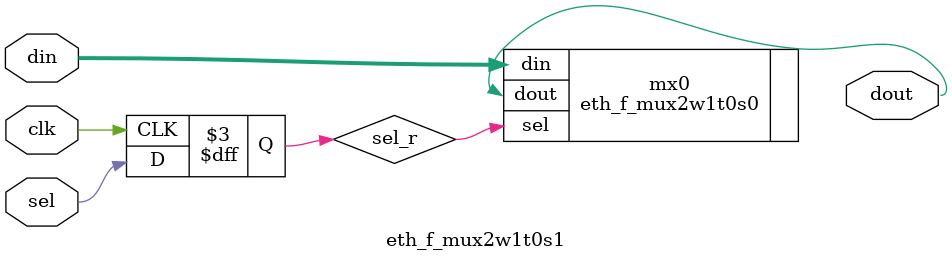
<source format=v>


`timescale 1ps/1ps


module eth_f_mux2w1t0s1 #(
    parameter SIM_EMULATE = 1'b0
) (
    input clk,
    input [1:0] din,
    input sel,
    output dout
);

reg [0:0] sel_r = 1'b0 /* synthesis preserve */;
always @(posedge clk) sel_r <= sel;

eth_f_mux2w1t0s0 mx0 (
    .din(din),
    .sel(sel_r),
    .dout(dout)
);
defparam mx0 .SIM_EMULATE = SIM_EMULATE;

endmodule

`ifdef QUESTA_INTEL_OEM
`pragma questa_oem_00 "HEQcwkIk4AJUnyybgwol/5f4LNrpC62dnM4HE75Mb8kxROzHwkOVqUjjNakwyQUVn3rWDca7QqKGruQoj2QI6diWrHBuVPm2ePzJYe0opoRKRsrSLsozd6ihfZo7Y4AobDGlA0sx1RWdC2xxmhs6EhsIEYbW0OeABq8z3YlmhZOCNJP7S54htV6uHLAYjjaGmL7pkx5+dyKYUHnNRVlphInbKBlJ9OHWSVdDlWH+1XayckbJGRGuL1/aXB/Rw50BEjD65pE2fL8tkJ03r2pdTEKsas8G/JzfW6rd1Oc838RUM7ER2UZ6LM48TnDQ+swKD770QR3glkUtISlwykktd0Kbp4lbZM6htaa9EA4toZTqO05EGSvE+1y32cNV4QmTcBXPEdUIFTQ9rwHc1wkO5gJr0hVD08edrUdRH56yoGAEsyANbDI5wBuKlkNkJR1XP7SkdWaLvJqoBn5u3rEtWaDhqTNjN6ZRm0AfO+6Sr3gEBYLqZIrx1vUbxQb9e9SpOPcfqyb/Gare+Ly/ncdlMBDN5C2iWApYpcCfL0M6pdJq/tC3JmykmIRlwNgfudXNjfhlsnsUQKIDbb51mnAAIPFHLe6K9ry0KVGsJfrl0J9HPZ6DIYYtxr88UMU0hPdPJTR5nvkOC0mkbC7K7LnyBuTJRTBTcMYMehdgkB7SowNfEzV2cPp+zTQWvjatiMptzqE+uvwcy1pgjWHSXelZmf+TvgcAIXjbQeyNIkBbTJtNcWN99Si7D9OpVceYQNRx7XaZo9rRE8sQBtoAgVs6GDjHtOLr3qlNDwdizJ5esaivu37YnhvLN3SspmKBupol2niilSBm6i+kbCdEL7TLTRTrR7SKGhUjEfN6UQmQBXpNsxtF0jA7Vux9t4NHnqQ4ZJQEgGICeDxOIkflUSs21ZXOhp/f9V81XbTurbfWmN7al9pd6Rt8lrGIAJtAjQeaPc+8c+HsTLIS8+XPtbwO52FUqHqSxbRU55VODpvyK2S0Pn50NV2cSJzhjS0xHizg"
`endif
</source>
